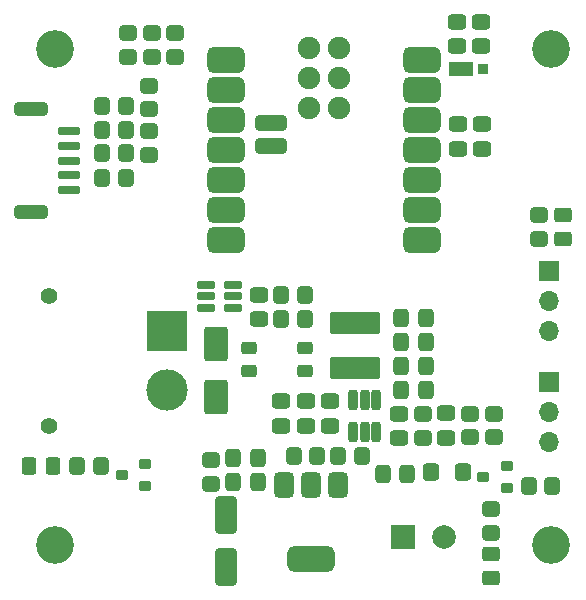
<source format=gbr>
%TF.GenerationSoftware,KiCad,Pcbnew,8.0.4*%
%TF.CreationDate,2025-01-29T17:32:31-05:00*%
%TF.ProjectId,EauRouge,45617552-6f75-4676-952e-6b696361645f,rev?*%
%TF.SameCoordinates,Original*%
%TF.FileFunction,Soldermask,Top*%
%TF.FilePolarity,Negative*%
%FSLAX46Y46*%
G04 Gerber Fmt 4.6, Leading zero omitted, Abs format (unit mm)*
G04 Created by KiCad (PCBNEW 8.0.4) date 2025-01-29 17:32:31*
%MOMM*%
%LPD*%
G01*
G04 APERTURE LIST*
G04 Aperture macros list*
%AMRoundRect*
0 Rectangle with rounded corners*
0 $1 Rounding radius*
0 $2 $3 $4 $5 $6 $7 $8 $9 X,Y pos of 4 corners*
0 Add a 4 corners polygon primitive as box body*
4,1,4,$2,$3,$4,$5,$6,$7,$8,$9,$2,$3,0*
0 Add four circle primitives for the rounded corners*
1,1,$1+$1,$2,$3*
1,1,$1+$1,$4,$5*
1,1,$1+$1,$6,$7*
1,1,$1+$1,$8,$9*
0 Add four rect primitives between the rounded corners*
20,1,$1+$1,$2,$3,$4,$5,0*
20,1,$1+$1,$4,$5,$6,$7,0*
20,1,$1+$1,$6,$7,$8,$9,0*
20,1,$1+$1,$8,$9,$2,$3,0*%
G04 Aperture macros list end*
%ADD10RoundRect,0.270833X-0.379167X-0.479167X0.379167X-0.479167X0.379167X0.479167X-0.379167X0.479167X0*%
%ADD11RoundRect,0.271277X-0.366223X-0.503723X0.366223X-0.503723X0.366223X0.503723X-0.366223X0.503723X0*%
%ADD12RoundRect,0.271277X0.366223X0.503723X-0.366223X0.503723X-0.366223X-0.503723X0.366223X-0.503723X0*%
%ADD13RoundRect,0.271277X-0.503723X0.366223X-0.503723X-0.366223X0.503723X-0.366223X0.503723X0.366223X0*%
%ADD14RoundRect,0.270833X-0.479167X0.379167X-0.479167X-0.379167X0.479167X-0.379167X0.479167X0.379167X0*%
%ADD15RoundRect,0.271277X0.503723X-0.366223X0.503723X0.366223X-0.503723X0.366223X-0.503723X-0.366223X0*%
%ADD16RoundRect,0.120000X-0.930000X-0.480000X0.930000X-0.480000X0.930000X0.480000X-0.930000X0.480000X0*%
%ADD17RoundRect,0.090000X-0.360000X-0.360000X0.360000X-0.360000X0.360000X0.360000X-0.360000X0.360000X0*%
%ADD18RoundRect,0.281250X-0.618750X1.318750X-0.618750X-1.318750X0.618750X-1.318750X0.618750X1.318750X0*%
%ADD19RoundRect,0.270833X0.479167X-0.379167X0.479167X0.379167X-0.479167X0.379167X-0.479167X-0.379167X0*%
%ADD20RoundRect,0.277778X0.722222X-1.197222X0.722222X1.197222X-0.722222X1.197222X-0.722222X-1.197222X0*%
%ADD21RoundRect,0.550000X-1.050000X-0.550000X1.050000X-0.550000X1.050000X0.550000X-1.050000X0.550000X0*%
%ADD22RoundRect,0.325000X1.025000X0.325000X-1.025000X0.325000X-1.025000X-0.325000X1.025000X-0.325000X0*%
%ADD23C,1.900000*%
%ADD24C,3.200000*%
%ADD25RoundRect,0.271739X-0.478261X0.353261X-0.478261X-0.353261X0.478261X-0.353261X0.478261X0.353261X0*%
%ADD26R,1.700000X1.700000*%
%ADD27O,1.700000X1.700000*%
%ADD28RoundRect,0.318182X-0.381818X-0.431818X0.381818X-0.431818X0.381818X0.431818X-0.381818X0.431818X0*%
%ADD29RoundRect,0.425000X-0.425000X0.675000X-0.425000X-0.675000X0.425000X-0.675000X0.425000X0.675000X0*%
%ADD30RoundRect,0.550000X-1.450000X0.550000X-1.450000X-0.550000X1.450000X-0.550000X1.450000X0.550000X0*%
%ADD31C,1.400000*%
%ADD32R,3.500000X3.500000*%
%ADD33C,3.500000*%
%ADD34RoundRect,0.270833X0.379167X0.479167X-0.379167X0.479167X-0.379167X-0.479167X0.379167X-0.479167X0*%
%ADD35RoundRect,0.225000X0.275000X0.225000X-0.275000X0.225000X-0.275000X-0.225000X0.275000X-0.225000X0*%
%ADD36RoundRect,0.197500X-0.197500X0.652500X-0.197500X-0.652500X0.197500X-0.652500X0.197500X0.652500X0*%
%ADD37RoundRect,0.262500X0.412500X0.262500X-0.412500X0.262500X-0.412500X-0.262500X0.412500X-0.262500X0*%
%ADD38RoundRect,0.185000X-0.735000X0.185000X-0.735000X-0.185000X0.735000X-0.185000X0.735000X0.185000X0*%
%ADD39RoundRect,0.285000X-1.135000X0.285000X-1.135000X-0.285000X1.135000X-0.285000X1.135000X0.285000X0*%
%ADD40RoundRect,0.100000X2.000000X-0.800000X2.000000X0.800000X-2.000000X0.800000X-2.000000X-0.800000X0*%
%ADD41R,2.000000X2.000000*%
%ADD42C,2.000000*%
%ADD43RoundRect,0.271739X0.353261X0.478261X-0.353261X0.478261X-0.353261X-0.478261X0.353261X-0.478261X0*%
%ADD44RoundRect,0.185000X-0.547500X-0.185000X0.547500X-0.185000X0.547500X0.185000X-0.547500X0.185000X0*%
G04 APERTURE END LIST*
D10*
%TO.C,R10*%
X108000000Y-112850000D03*
X110000000Y-112850000D03*
%TD*%
D11*
%TO.C,C11*%
X133312500Y-126750000D03*
X135387500Y-126750000D03*
%TD*%
D12*
%TO.C,C17*%
X121187500Y-138650000D03*
X119112500Y-138650000D03*
%TD*%
D13*
%TO.C,C4*%
X140150000Y-110362500D03*
X140150000Y-112437500D03*
%TD*%
D14*
%TO.C,R14*%
X141150000Y-134900000D03*
X141150000Y-136900000D03*
%TD*%
D15*
%TO.C,C15*%
X137150000Y-136937500D03*
X137150000Y-134862500D03*
%TD*%
D16*
%TO.C,D1*%
X138372500Y-105700000D03*
D17*
X140272500Y-105700000D03*
%TD*%
D11*
%TO.C,C18*%
X131762500Y-140000000D03*
X133837500Y-140000000D03*
%TD*%
D14*
%TO.C,R11*%
X111950000Y-110950000D03*
X111950000Y-112950000D03*
%TD*%
D13*
%TO.C,C9*%
X125225000Y-133842500D03*
X125225000Y-135917500D03*
%TD*%
D10*
%TO.C,R19*%
X127987500Y-138500000D03*
X129987500Y-138500000D03*
%TD*%
D18*
%TO.C,C6*%
X118450000Y-143450000D03*
X118450000Y-147850000D03*
%TD*%
D19*
%TO.C,R3*%
X110200000Y-104650000D03*
X110200000Y-102650000D03*
%TD*%
D20*
%TO.C,D2*%
X117600000Y-133482500D03*
X117600000Y-128982500D03*
%TD*%
D15*
%TO.C,C2*%
X140050000Y-103787500D03*
X140050000Y-101712500D03*
%TD*%
D13*
%TO.C,C8*%
X123125000Y-133842500D03*
X123125000Y-135917500D03*
%TD*%
D10*
%TO.C,R9*%
X108000000Y-114900000D03*
X110000000Y-114900000D03*
%TD*%
D21*
%TO.C,U1*%
X118450000Y-104970000D03*
X118450000Y-107510000D03*
X118450000Y-110050000D03*
X118450000Y-112590000D03*
X118450000Y-115130000D03*
X118450000Y-117670000D03*
X118450000Y-120210000D03*
X135115000Y-120210000D03*
X135115000Y-117670000D03*
X135115000Y-115130000D03*
X135115000Y-112590000D03*
X135115000Y-110050000D03*
X135115000Y-107510000D03*
X135115000Y-104970000D03*
D22*
X122310000Y-112208000D03*
X122310000Y-110303000D03*
D23*
X125485000Y-103958000D03*
X128025000Y-103958000D03*
X125485000Y-106498000D03*
X128025000Y-106498000D03*
X125485000Y-109038000D03*
X128025000Y-109038000D03*
%TD*%
D15*
%TO.C,C1*%
X138000000Y-103787500D03*
X138000000Y-101712500D03*
%TD*%
D24*
%TO.C,H3*%
X146000000Y-104000000D03*
%TD*%
D25*
%TO.C,D4*%
X147050000Y-118075000D03*
X147050000Y-120125000D03*
%TD*%
D10*
%TO.C,R12*%
X105900000Y-139350000D03*
X107900000Y-139350000D03*
%TD*%
D26*
%TO.C,J4*%
X145825000Y-122825000D03*
D27*
X145825000Y-125365000D03*
X145825000Y-127905000D03*
%TD*%
D25*
%TO.C,D5*%
X140950000Y-146775000D03*
X140950000Y-148825000D03*
%TD*%
D28*
%TO.C,D6*%
X135850000Y-139850000D03*
X138550000Y-139850000D03*
%TD*%
D14*
%TO.C,R8*%
X111950000Y-107100000D03*
X111950000Y-109100000D03*
%TD*%
D12*
%TO.C,C16*%
X121187500Y-140700000D03*
X119112500Y-140700000D03*
%TD*%
D29*
%TO.C,U4*%
X128000000Y-140900000D03*
X125700000Y-140900000D03*
D30*
X125700000Y-147200000D03*
D29*
X123400000Y-140900000D03*
%TD*%
D31*
%TO.C,J1*%
X103475000Y-135900000D03*
X103475000Y-124900000D03*
D32*
X113475000Y-127900000D03*
D33*
X113475000Y-132900000D03*
%TD*%
D14*
%TO.C,R16*%
X145000000Y-118100000D03*
X145000000Y-120100000D03*
%TD*%
D10*
%TO.C,R18*%
X124200000Y-138500000D03*
X126200000Y-138500000D03*
%TD*%
D34*
%TO.C,R4*%
X125150000Y-124850000D03*
X123150000Y-124850000D03*
%TD*%
D11*
%TO.C,C14*%
X133312500Y-132900000D03*
X135387500Y-132900000D03*
%TD*%
D34*
%TO.C,R21*%
X146100000Y-141050000D03*
X144100000Y-141050000D03*
%TD*%
D35*
%TO.C,Q1*%
X111650000Y-141050000D03*
X111650000Y-139150000D03*
X109650000Y-140100000D03*
%TD*%
D19*
%TO.C,R20*%
X140950000Y-144950000D03*
X140950000Y-142950000D03*
%TD*%
D36*
%TO.C,U3*%
X131175000Y-133700000D03*
X130225000Y-133700000D03*
X129275000Y-133700000D03*
X129275000Y-136400000D03*
X130225000Y-136400000D03*
X131175000Y-136400000D03*
%TD*%
D11*
%TO.C,C13*%
X133312500Y-130850000D03*
X135387500Y-130850000D03*
%TD*%
D13*
%TO.C,C3*%
X138100000Y-110362500D03*
X138100000Y-112437500D03*
%TD*%
D35*
%TO.C,Q2*%
X142250000Y-141200000D03*
X142250000Y-139300000D03*
X140250000Y-140250000D03*
%TD*%
D19*
%TO.C,R15*%
X139150000Y-136900000D03*
X139150000Y-134900000D03*
%TD*%
D14*
%TO.C,R17*%
X135150000Y-134950000D03*
X135150000Y-136950000D03*
%TD*%
D24*
%TO.C,H2*%
X104000000Y-104000000D03*
%TD*%
D11*
%TO.C,C12*%
X133312500Y-128800000D03*
X135387500Y-128800000D03*
%TD*%
D19*
%TO.C,R13*%
X117200000Y-140800000D03*
X117200000Y-138800000D03*
%TD*%
D37*
%TO.C,FL1*%
X125175000Y-131300000D03*
X125175000Y-129300000D03*
X120425000Y-129300000D03*
X120425000Y-131300000D03*
%TD*%
D15*
%TO.C,C7*%
X133125000Y-136957500D03*
X133125000Y-134882500D03*
%TD*%
D10*
%TO.C,R7*%
X108000000Y-108850000D03*
X110000000Y-108850000D03*
%TD*%
D38*
%TO.C,J2*%
X105150000Y-110950000D03*
X105150000Y-112200000D03*
X105150000Y-113450000D03*
X105150000Y-114700000D03*
X105150000Y-115950000D03*
D39*
X101950000Y-109100000D03*
X101950000Y-117800000D03*
%TD*%
D40*
%TO.C,L1*%
X129400000Y-131000000D03*
X129400000Y-127200000D03*
%TD*%
D14*
%TO.C,R1*%
X112200000Y-102650000D03*
X112200000Y-104650000D03*
%TD*%
D41*
%TO.C,J3*%
X133450000Y-145350000D03*
D42*
X136950000Y-145350000D03*
%TD*%
D14*
%TO.C,R2*%
X114200000Y-102650000D03*
X114200000Y-104650000D03*
%TD*%
D24*
%TO.C,H4*%
X146000000Y-146000000D03*
%TD*%
D43*
%TO.C,D3*%
X103875000Y-139350000D03*
X101825000Y-139350000D03*
%TD*%
D10*
%TO.C,R6*%
X108000000Y-110850000D03*
X110000000Y-110850000D03*
%TD*%
D34*
%TO.C,R5*%
X125150000Y-126850000D03*
X123150000Y-126850000D03*
%TD*%
D24*
%TO.C,H1*%
X104000000Y-146000000D03*
%TD*%
D13*
%TO.C,C10*%
X127325000Y-133842500D03*
X127325000Y-135917500D03*
%TD*%
D44*
%TO.C,U2*%
X116812500Y-124000000D03*
X116812500Y-124950000D03*
X116812500Y-125900000D03*
X119087500Y-125900000D03*
X119087500Y-124950000D03*
X119087500Y-124000000D03*
%TD*%
D13*
%TO.C,C5*%
X121250000Y-124812500D03*
X121250000Y-126887500D03*
%TD*%
D26*
%TO.C,J5*%
X145825000Y-132225000D03*
D27*
X145825000Y-134765000D03*
X145825000Y-137305000D03*
%TD*%
M02*

</source>
